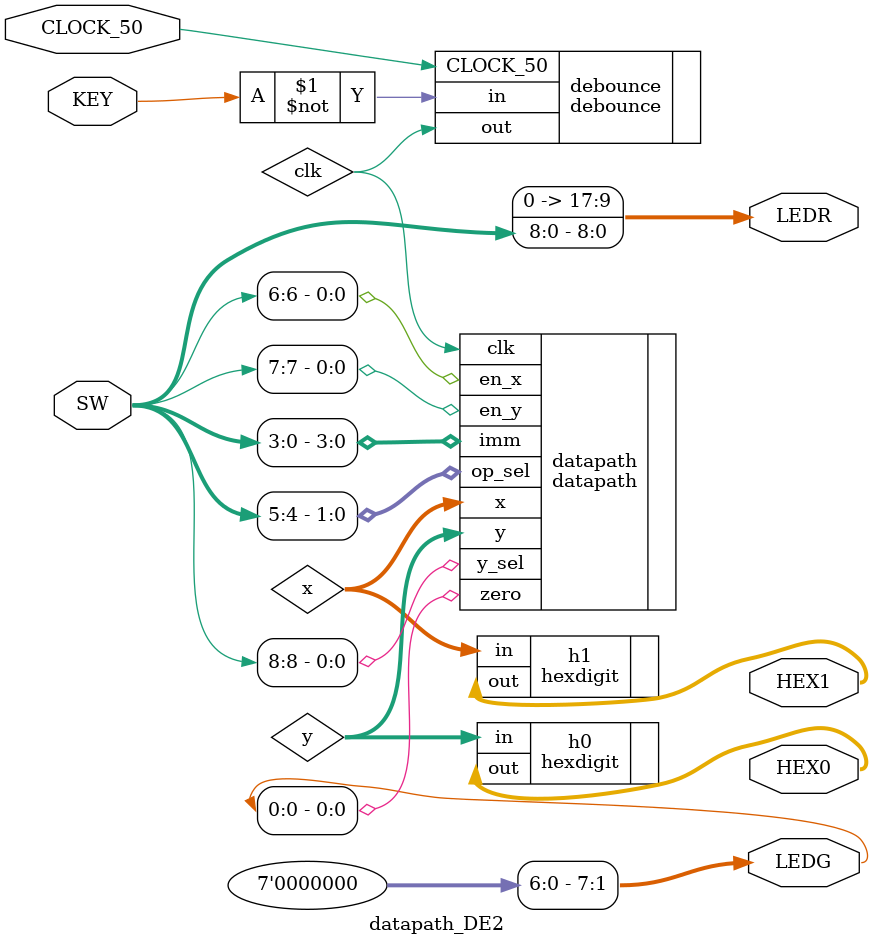
<source format=v>
module datapath_DE2 (
   input             CLOCK_50,
   input    [0:0]    KEY,
   input    [17:0]   SW,
   output   [6:0]    HEX0,
   output   [6:0]    HEX1,
   output   [17:0]   LEDR,
   output   [7:0]    LEDG
   );
   
   wire [3:0] x;
   wire [3:0] y;
   
   assign LEDR[8:0]  = SW[8:0];
   assign LEDR[17:9] = 9'h0;
   assign LEDG[7:1]  = 6'h0;
   
   debounce debounce (
      .CLOCK_50   (CLOCK_50),
      .in         (~KEY[0]),
      .out        (clk)
   );
   
   datapath datapath (
      .clk        (clk),
      .imm        (SW[3:0]),
      .op_sel     (SW[5:4]),
      .en_x       (SW[6]),
      .en_y       (SW[7]),
      .y_sel      (SW[8]),
      .x          (x),
      .y          (y),
      .zero       (LEDG[0])
   );
   
   hexdigit h1 (
      .in      (x),
      .out     (HEX1)
   );
   
   hexdigit h0 (
      .in      (y),
      .out     (HEX0)
   );
   
endmodule

</source>
